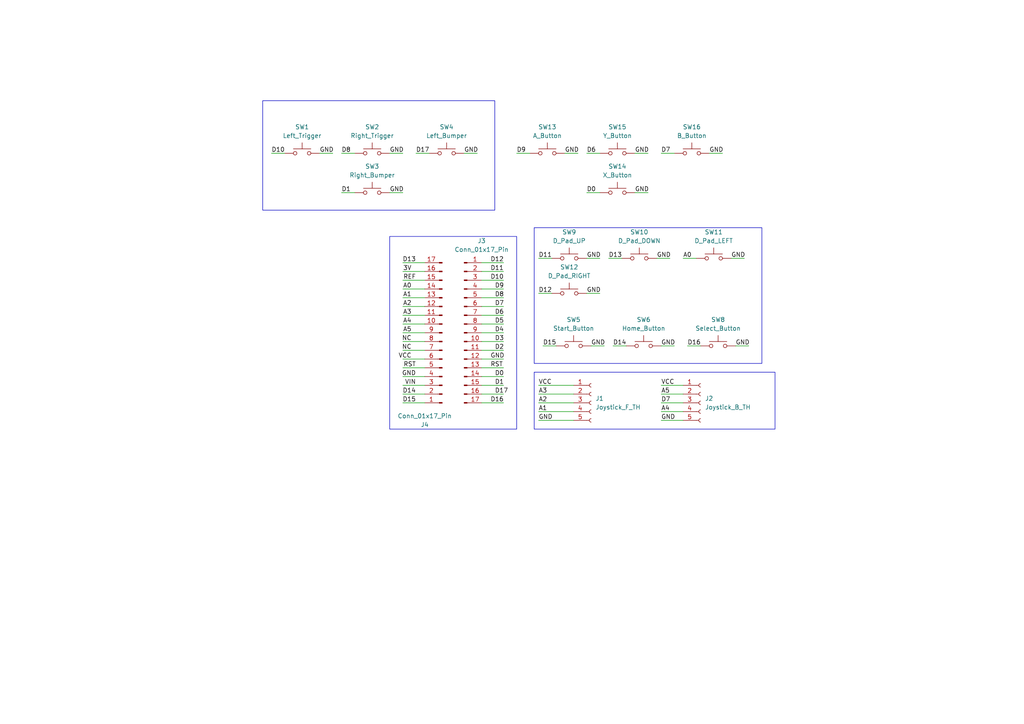
<source format=kicad_sch>
(kicad_sch (version 20231120) (generator "eeschema") (generator_version "8.0")
  (paper "A4")
  (lib_symbols
    (symbol "Connector:Conn_01x05_Socket" (pin_names (offset 1.016) hide)
      (property "Reference" "J" (at 0 7.62 0))
      (property "Value" "Conn_01x05_Socket" (at 0 -7.62 0))
      (symbol "Conn_01x05_Socket_1_1"
        (arc (start 0 -4.572) (mid -0.5058 -5.08) (end 0 -5.588) (stroke (width 0.1524)))
        (arc (start 0 -2.032) (mid -0.5058 -2.54) (end 0 -3.048) (stroke (width 0.1524)))
        (polyline (pts (xy -1.27 -5.08) (xy -0.508 -5.08)) (stroke (width 0.1524)))
        (polyline (pts (xy -1.27 -2.54) (xy -0.508 -2.54)) (stroke (width 0.1524)))
        (polyline (pts (xy -1.27 0) (xy -0.508 0)) (stroke (width 0.1524)))
        (polyline (pts (xy -1.27 2.54) (xy -0.508 2.54)) (stroke (width 0.1524)))
        (polyline (pts (xy -1.27 5.08) (xy -0.508 5.08)) (stroke (width 0.1524)))
        (arc (start 0 0.508) (mid -0.5058 0) (end 0 -0.508) (stroke (width 0.1524)))
        (arc (start 0 3.048) (mid -0.5058 2.54) (end 0 2.032) (stroke (width 0.1524)))
        (arc (start 0 5.588) (mid -0.5058 5.08) (end 0 4.572) (stroke (width 0.1524)))
        (pin passive line (at -5.08 5.08 0) (length 3.81) (name "Pin_1") (number "1"))
        (pin passive line (at -5.08 2.54 0) (length 3.81) (name "Pin_2") (number "2"))
        (pin passive line (at -5.08 0 0) (length 3.81) (name "Pin_3") (number "3"))
        (pin passive line (at -5.08 -2.54 0) (length 3.81) (name "Pin_4") (number "4"))
        (pin passive line (at -5.08 -5.08 0) (length 3.81) (name "Pin_5") (number "5"))
      )
    )
    (symbol "Connector:Conn_01x17_Pin" (pin_names (offset 1.016) hide)
      (property "Reference" "J" (at 0 22.86 0))
      (property "Value" "Conn_01x17_Pin" (at 0 -22.86 0))
      (symbol "Conn_01x17_Pin_1_1"
        (polyline (pts (xy 1.27 -20.32) (xy 0.8636 -20.32)) (stroke (width 0.1524)))
        (polyline (pts (xy 1.27 -17.78) (xy 0.8636 -17.78)) (stroke (width 0.1524)))
        (polyline (pts (xy 1.27 -15.24) (xy 0.8636 -15.24)) (stroke (width 0.1524)))
        (polyline (pts (xy 1.27 -12.7) (xy 0.8636 -12.7)) (stroke (width 0.1524)))
        (polyline (pts (xy 1.27 -10.16) (xy 0.8636 -10.16)) (stroke (width 0.1524)))
        (polyline (pts (xy 1.27 -7.62) (xy 0.8636 -7.62)) (stroke (width 0.1524)))
        (polyline (pts (xy 1.27 -5.08) (xy 0.8636 -5.08)) (stroke (width 0.1524)))
        (polyline (pts (xy 1.27 -2.54) (xy 0.8636 -2.54)) (stroke (width 0.1524)))
        (polyline (pts (xy 1.27 0) (xy 0.8636 0)) (stroke (width 0.1524)))
        (polyline (pts (xy 1.27 2.54) (xy 0.8636 2.54)) (stroke (width 0.1524)))
        (polyline (pts (xy 1.27 5.08) (xy 0.8636 5.08)) (stroke (width 0.1524)))
        (polyline (pts (xy 1.27 7.62) (xy 0.8636 7.62)) (stroke (width 0.1524)))
        (polyline (pts (xy 1.27 10.16) (xy 0.8636 10.16)) (stroke (width 0.1524)))
        (polyline (pts (xy 1.27 12.7) (xy 0.8636 12.7)) (stroke (width 0.1524)))
        (polyline (pts (xy 1.27 15.24) (xy 0.8636 15.24)) (stroke (width 0.1524)))
        (polyline (pts (xy 1.27 17.78) (xy 0.8636 17.78)) (stroke (width 0.1524)))
        (polyline (pts (xy 1.27 20.32) (xy 0.8636 20.32)) (stroke (width 0.1524)))
        (rectangle (start 0.8636 -20.193) (end 0 -20.447) (stroke (width 0.1524)) (fill (type outline)))
        (rectangle (start 0.8636 -17.653) (end 0 -17.907) (stroke (width 0.1524)) (fill (type outline)))
        (rectangle (start 0.8636 -15.113) (end 0 -15.367) (stroke (width 0.1524)) (fill (type outline)))
        (rectangle (start 0.8636 -12.573) (end 0 -12.827) (stroke (width 0.1524)) (fill (type outline)))
        (rectangle (start 0.8636 -10.033) (end 0 -10.287) (stroke (width 0.1524)) (fill (type outline)))
        (rectangle (start 0.8636 -7.493) (end 0 -7.747) (stroke (width 0.1524)) (fill (type outline)))
        (rectangle (start 0.8636 -4.953) (end 0 -5.207) (stroke (width 0.1524)) (fill (type outline)))
        (rectangle (start 0.8636 -2.413) (end 0 -2.667) (stroke (width 0.1524)) (fill (type outline)))
        (rectangle (start 0.8636 0.127) (end 0 -0.127) (stroke (width 0.1524)) (fill (type outline)))
        (rectangle (start 0.8636 2.667) (end 0 2.413) (stroke (width 0.1524)) (fill (type outline)))
        (rectangle (start 0.8636 5.207) (end 0 4.953) (stroke (width 0.1524)) (fill (type outline)))
        (rectangle (start 0.8636 7.747) (end 0 7.493) (stroke (width 0.1524)) (fill (type outline)))
        (rectangle (start 0.8636 10.287) (end 0 10.033) (stroke (width 0.1524)) (fill (type outline)))
        (rectangle (start 0.8636 12.827) (end 0 12.573) (stroke (width 0.1524)) (fill (type outline)))
        (rectangle (start 0.8636 15.367) (end 0 15.113) (stroke (width 0.1524)) (fill (type outline)))
        (rectangle (start 0.8636 17.907) (end 0 17.653) (stroke (width 0.1524)) (fill (type outline)))
        (rectangle (start 0.8636 20.447) (end 0 20.193) (stroke (width 0.1524)) (fill (type outline)))
        (pin passive line (at 5.08 20.32 180) (length 3.81) (name "Pin_1") (number "1"))
        (pin passive line (at 5.08 -2.54 180) (length 3.81) (name "Pin_10") (number "10"))
        (pin passive line (at 5.08 -5.08 180) (length 3.81) (name "Pin_11") (number "11"))
        (pin passive line (at 5.08 -7.62 180) (length 3.81) (name "Pin_12") (number "12"))
        (pin passive line (at 5.08 -10.16 180) (length 3.81) (name "Pin_13") (number "13"))
        (pin passive line (at 5.08 -12.7 180) (length 3.81) (name "Pin_14") (number "14"))
        (pin passive line (at 5.08 -15.24 180) (length 3.81) (name "Pin_15") (number "15"))
        (pin passive line (at 5.08 -17.78 180) (length 3.81) (name "Pin_16") (number "16"))
        (pin passive line (at 5.08 -20.32 180) (length 3.81) (name "Pin_17") (number "17"))
        (pin passive line (at 5.08 17.78 180) (length 3.81) (name "Pin_2") (number "2"))
        (pin passive line (at 5.08 15.24 180) (length 3.81) (name "Pin_3") (number "3"))
        (pin passive line (at 5.08 12.7 180) (length 3.81) (name "Pin_4") (number "4"))
        (pin passive line (at 5.08 10.16 180) (length 3.81) (name "Pin_5") (number "5"))
        (pin passive line (at 5.08 7.62 180) (length 3.81) (name "Pin_6") (number "6"))
        (pin passive line (at 5.08 5.08 180) (length 3.81) (name "Pin_7") (number "7"))
        (pin passive line (at 5.08 2.54 180) (length 3.81) (name "Pin_8") (number "8"))
        (pin passive line (at 5.08 0 180) (length 3.81) (name "Pin_9") (number "9"))
      )
    )
    (symbol "Switch:SW_Push" (pin_numbers hide) (pin_names (offset 1.016) hide)
      (property "Reference" "SW" (at 1.27 2.54 0))
      (property "Value" "SW_Push" (at 0 -1.524 0))
      (symbol "SW_Push_0_1"
        (circle (center -2.032 0) (radius 0.508))
        (polyline (pts (xy 0 1.27) (xy 0 3.048)))
        (polyline (pts (xy 2.54 1.27) (xy -2.54 1.27)))
        (circle (center 2.032 0) (radius 0.508))
        (pin passive line (at -5.08 0 0) (length 2.54) (name "1") (number "1"))
        (pin passive line (at 5.08 0 180) (length 2.54) (name "2") (number "2"))
      )
    )
  )
  (wire (pts (xy 139.7 106.68) (xy 146.05 106.68)))
  (wire (pts (xy 139.7 88.9) (xy 146.05 88.9)))
  (wire (pts (xy 191.77 100.33) (xy 195.58 100.33)))
  (wire (pts (xy 184.15 55.88) (xy 187.96 55.88)))
  (wire (pts (xy 139.7 116.84) (xy 146.05 116.84)))
  (wire (pts (xy 190.5 74.93) (xy 194.31 74.93)))
  (wire (pts (xy 166.37 114.3) (xy 156.21 114.3)))
  (wire (pts (xy 116.84 78.74) (xy 123.19 78.74)))
  (wire (pts (xy 99.06 55.88) (xy 102.87 55.88)))
  (wire (pts (xy 139.7 101.6) (xy 146.05 101.6)))
  (wire (pts (xy 116.84 86.36) (xy 123.19 86.36)))
  (wire (pts (xy 139.7 81.28) (xy 146.05 81.28)))
  (wire (pts (xy 171.45 100.33) (xy 175.26 100.33)))
  (wire (pts (xy 191.77 116.84) (xy 198.12 116.84)))
  (wire (pts (xy 113.03 44.45) (xy 116.84 44.45)))
  (wire (pts (xy 191.77 111.76) (xy 198.12 111.76)))
  (wire (pts (xy 116.84 106.68) (xy 123.19 106.68)))
  (wire (pts (xy 139.7 99.06) (xy 146.05 99.06)))
  (wire (pts (xy 191.77 119.38) (xy 198.12 119.38)))
  (wire (pts (xy 116.84 111.76) (xy 123.19 111.76)))
  (wire (pts (xy 123.19 104.14) (xy 116.84 104.14)))
  (wire (pts (xy 176.53 74.93) (xy 180.34 74.93)))
  (wire (pts (xy 191.77 44.45) (xy 195.58 44.45)))
  (wire (pts (xy 123.19 93.98) (xy 116.84 93.98)))
  (wire (pts (xy 184.15 44.45) (xy 187.96 44.45)))
  (wire (pts (xy 170.18 85.09) (xy 173.99 85.09)))
  (wire (pts (xy 123.19 99.06) (xy 116.84 99.06)))
  (wire (pts (xy 213.36 100.33) (xy 217.17 100.33)))
  (wire (pts (xy 156.21 85.09) (xy 160.02 85.09)))
  (wire (pts (xy 78.74 44.45) (xy 82.55 44.45)))
  (wire (pts (xy 123.19 116.84) (xy 116.84 116.84)))
  (wire (pts (xy 163.83 44.45) (xy 167.64 44.45)))
  (wire (pts (xy 123.19 96.52) (xy 116.84 96.52)))
  (wire (pts (xy 191.77 114.3) (xy 198.12 114.3)))
  (wire (pts (xy 123.19 114.3) (xy 116.84 114.3)))
  (wire (pts (xy 139.7 91.44) (xy 146.05 91.44)))
  (wire (pts (xy 170.18 55.88) (xy 173.99 55.88)))
  (wire (pts (xy 170.18 74.93) (xy 173.99 74.93)))
  (wire (pts (xy 212.09 74.93) (xy 215.9 74.93)))
  (wire (pts (xy 149.86 44.45) (xy 153.67 44.45)))
  (wire (pts (xy 116.84 109.22) (xy 123.19 109.22)))
  (wire (pts (xy 123.19 101.6) (xy 116.84 101.6)))
  (wire (pts (xy 123.19 83.82) (xy 116.84 83.82)))
  (wire (pts (xy 139.7 83.82) (xy 146.05 83.82)))
  (wire (pts (xy 99.06 44.45) (xy 102.87 44.45)))
  (wire (pts (xy 134.62 44.45) (xy 138.43 44.45)))
  (wire (pts (xy 177.8 100.33) (xy 181.61 100.33)))
  (wire (pts (xy 139.7 76.2) (xy 146.05 76.2)))
  (wire (pts (xy 92.71 44.45) (xy 96.52 44.45)))
  (wire (pts (xy 116.84 81.28) (xy 123.19 81.28)))
  (wire (pts (xy 198.12 74.93) (xy 201.93 74.93)))
  (wire (pts (xy 166.37 116.84) (xy 156.21 116.84)))
  (wire (pts (xy 157.48 100.33) (xy 161.29 100.33)))
  (wire (pts (xy 166.37 121.92) (xy 156.21 121.92)))
  (wire (pts (xy 116.84 88.9) (xy 123.19 88.9)))
  (wire (pts (xy 139.7 93.98) (xy 146.05 93.98)))
  (wire (pts (xy 139.7 114.3) (xy 146.05 114.3)))
  (wire (pts (xy 170.18 44.45) (xy 173.99 44.45)))
  (wire (pts (xy 120.65 44.45) (xy 124.46 44.45)))
  (wire (pts (xy 139.7 96.52) (xy 146.05 96.52)))
  (wire (pts (xy 199.39 100.33) (xy 203.2 100.33)))
  (wire (pts (xy 166.37 111.76) (xy 156.21 111.76)))
  (wire (pts (xy 191.77 121.92) (xy 198.12 121.92)))
  (wire (pts (xy 205.74 44.45) (xy 209.55 44.45)))
  (wire (pts (xy 139.7 104.14) (xy 146.05 104.14)))
  (wire (pts (xy 156.21 74.93) (xy 160.02 74.93)))
  (wire (pts (xy 123.19 76.2) (xy 116.84 76.2)))
  (wire (pts (xy 139.7 109.22) (xy 146.05 109.22)))
  (wire (pts (xy 139.7 78.74) (xy 146.05 78.74)))
  (wire (pts (xy 166.37 119.38) (xy 156.21 119.38)))
  (wire (pts (xy 139.7 111.76) (xy 146.05 111.76)))
  (wire (pts (xy 123.19 91.44) (xy 116.84 91.44)))
  (wire (pts (xy 139.7 86.36) (xy 146.05 86.36)))
  (wire (pts (xy 113.03 55.88) (xy 116.84 55.88)))
  (rectangle (start 113.03 68.58) (end 149.86 124.46))
  (rectangle (start 154.94 107.95) (end 224.79 124.46))
  (rectangle (start 76.2 29.21) (end 143.51 60.96))
  (rectangle (start 154.94 66.04) (end 220.98 105.41))
  (label "D16" (at 199.39 100.33 0))
  (label "VCC" (at 119.38 104.14 180))
  (label "D9" (at 149.86 44.45 0))
  (label "D1" (at 143.51 111.76 0))
  (label "D10" (at 142.24 81.28 0))
  (label "GND" (at 184.15 55.88 0))
  (label "D7" (at 191.77 116.84 0))
  (label "GND" (at 163.83 44.45 0))
  (label "A0" (at 198.12 74.93 0))
  (label "VCC" (at 191.77 111.76 0))
  (label "GND" (at 170.18 85.09 0))
  (label "VCC" (at 156.21 111.76 0))
  (label "GND" (at 171.45 100.33 0))
  (label "GND" (at 156.21 121.92 0))
  (label "RST" (at 142.24 106.68 0))
  (label "D6" (at 143.51 91.44 0))
  (label "A4" (at 191.77 119.38 0))
  (label "D0" (at 143.51 109.22 0))
  (label "A5" (at 191.77 114.3 0))
  (label "NC" (at 119.38 101.6 180))
  (label "GND" (at 113.03 55.88 0))
  (label "GND" (at 212.09 74.93 0))
  (label "3V" (at 119.38 78.74 180))
  (label "D11" (at 156.21 74.93 0))
  (label "D14" (at 120.65 114.3 180))
  (label "GND" (at 142.24 104.14 0))
  (label "A0" (at 119.38 83.82 180))
  (label "GND" (at 213.36 100.33 0))
  (label "A1" (at 119.38 86.36 180))
  (label "A5" (at 119.38 96.52 180))
  (label "D2" (at 143.51 101.6 0))
  (label "GND" (at 184.15 44.45 0))
  (label "D17" (at 120.65 44.45 0))
  (label "D0" (at 170.18 55.88 0))
  (label "D3" (at 143.51 99.06 0))
  (label "GND" (at 134.62 44.45 0))
  (label "VIN" (at 120.65 111.76 180))
  (label "D7" (at 143.51 88.9 0))
  (label "GND" (at 205.74 44.45 0))
  (label "D13" (at 120.65 76.2 180))
  (label "GND" (at 190.5 74.93 0))
  (label "REF" (at 120.65 81.28 180))
  (label "GND" (at 120.65 109.22 180))
  (label "A4" (at 119.38 93.98 180))
  (label "D5" (at 143.51 93.98 0))
  (label "GND" (at 191.77 100.33 0))
  (label "A3" (at 119.38 91.44 180))
  (label "RST" (at 120.65 106.68 180))
  (label "D8" (at 143.51 86.36 0))
  (label "D12" (at 156.21 85.09 0))
  (label "D9" (at 143.51 83.82 0))
  (label "D10" (at 78.74 44.45 0))
  (label "D16" (at 142.24 116.84 0))
  (label "D15" (at 157.48 100.33 0))
  (label "D12" (at 142.24 76.2 0))
  (label "A2" (at 156.21 116.84 0))
  (label "D7" (at 191.77 44.45 0))
  (label "A1" (at 156.21 119.38 0))
  (label "D15" (at 120.65 116.84 180))
  (label "A2" (at 119.38 88.9 180))
  (label "GND" (at 191.77 121.92 0))
  (label "GND" (at 170.18 74.93 0))
  (label "D1" (at 99.06 55.88 0))
  (label "GND" (at 113.03 44.45 0))
  (label "D13" (at 176.53 74.93 0))
  (label "D17" (at 143.51 114.3 0))
  (label "D14" (at 177.8 100.33 0))
  (label "D6" (at 170.18 44.45 0))
  (label "D4" (at 143.51 96.52 0))
  (label "D11" (at 142.24 78.74 0))
  (label "NC" (at 119.38 99.06 180))
  (label "A3" (at 156.21 114.3 0))
  (label "GND" (at 92.71 44.45 0))
  (label "D8" (at 99.06 44.45 0))
  (symbol (lib_id "Switch:SW_Push") (at 165.1 85.09 0) (unit 1)
    (property "Reference" "SW12" (at 165.1 77.47 0))
    (property "Value" "D_Pad_RIGHT" (at 165.1 80.01 0))
    (property "Footprint" "Downloads:SW_BUTT-2" (effects (hide yes)))
    (property "Description" "Push button switch, generic, two pins" (effects (hide yes)))
  )
  (symbol (lib_id "Switch:SW_Push") (at 185.42 74.93 0) (unit 1)
    (property "Reference" "SW10" (at 185.42 67.31 0))
    (property "Value" "D_Pad_DOWN" (at 185.42 69.85 0))
    (property "Footprint" "Downloads:SW_BUTT-2" (effects (hide yes)))
    (property "Description" "Push button switch, generic, two pins" (effects (hide yes)))
  )
  (symbol (lib_id "Switch:SW_Push") (at 166.37 100.33 0) (unit 1)
    (property "Reference" "SW5" (at 166.37 92.71 0))
    (property "Value" "Start_Button" (at 166.37 95.25 0))
    (property "Footprint" "Downloads:SW_BUTT-2" (effects (hide yes)))
    (property "Description" "Push button switch, generic, two pins" (effects (hide yes)))
  )
  (symbol (lib_id "Connector:Conn_01x17_Pin") (at 134.62 96.52 0) (unit 1)
    (property "Reference" "J3" (at 139.7 69.85 0))
    (property "Value" "Conn_01x17_Pin" (at 139.7 72.39 0))
    (property "Footprint" "Connector_PinSocket_2.54mm:PinSocket_1x17_P2.54mm_Vertical" (effects (hide yes)))
  )
  (symbol (lib_id "Connector:Conn_01x05_Socket") (at 203.2 116.84 0) (unit 1)
    (property "Reference" "J2" (at 204.47 115.5699 0) (effects (justify left)))
    (property "Value" "Joystick_B_TH" (at 204.47 118.1099 0) (effects (justify left)))
    (property "Footprint" "Connector_PinSocket_2.54mm:PinSocket_1x05_P2.54mm_Vertical" (effects (hide yes)))
  )
  (symbol (lib_id "Switch:SW_Push") (at 208.28 100.33 0) (unit 1)
    (property "Reference" "SW8" (at 208.28 92.71 0))
    (property "Value" "Select_Button" (at 208.28 95.25 0))
    (property "Footprint" "Downloads:SW_BUTT-2" (effects (hide yes)))
    (property "Description" "Push button switch, generic, two pins" (effects (hide yes)))
  )
  (symbol (lib_id "Connector:Conn_01x05_Socket") (at 171.45 116.84 0) (unit 1)
    (property "Reference" "J1" (at 172.72 115.5699 0) (effects (justify left)))
    (property "Value" "Joystick_F_TH" (at 172.72 118.1099 0) (effects (justify left)))
    (property "Footprint" "Connector_PinSocket_2.54mm:PinSocket_1x05_P2.54mm_Vertical" (effects (hide yes)))
  )
  (symbol (lib_id "Switch:SW_Push") (at 87.63 44.45 0) (unit 1)
    (property "Reference" "SW1" (at 87.63 36.83 0))
    (property "Value" "Left_Trigger" (at 87.63 39.37 0))
    (property "Footprint" "Downloads:SW_BUTT-2" (effects (hide yes)))
    (property "Description" "Push button switch, generic, two pins" (effects (hide yes)))
  )
  (symbol (lib_id "Switch:SW_Push") (at 107.95 55.88 0) (unit 1)
    (property "Reference" "SW3" (at 107.95 48.26 0))
    (property "Value" "Right_Bumper" (at 107.95 50.8 0))
    (property "Footprint" "Downloads:SW_BUTT-2" (effects (hide yes)))
    (property "Description" "Push button switch, generic, two pins" (effects (hide yes)))
  )
  (symbol (lib_id "Switch:SW_Push") (at 207.01 74.93 0) (unit 1)
    (property "Reference" "SW11" (at 207.01 67.31 0))
    (property "Value" "D_Pad_LEFT" (at 207.01 69.85 0))
    (property "Footprint" "Downloads:SW_BUTT-2" (effects (hide yes)))
    (property "Description" "Push button switch, generic, two pins" (effects (hide yes)))
  )
  (symbol (lib_id "Switch:SW_Push") (at 158.75 44.45 0) (unit 1)
    (property "Reference" "SW13" (at 158.75 36.83 0))
    (property "Value" "A_Button" (at 158.75 39.37 0))
    (property "Footprint" "Downloads:SW_BUTT-2" (effects (hide yes)))
    (property "Description" "Push button switch, generic, two pins" (effects (hide yes)))
  )
  (symbol (lib_id "Switch:SW_Push") (at 107.95 44.45 0) (unit 1)
    (property "Reference" "SW2" (at 107.95 36.83 0))
    (property "Value" "Right_Trigger" (at 107.95 39.37 0))
    (property "Footprint" "Downloads:SW_BUTT-2" (effects (hide yes)))
    (property "Description" "Push button switch, generic, two pins" (effects (hide yes)))
  )
  (symbol (lib_id "Switch:SW_Push") (at 129.54 44.45 0) (unit 1)
    (property "Reference" "SW4" (at 129.54 36.83 0))
    (property "Value" "Left_Bumper" (at 129.54 39.37 0))
    (property "Footprint" "Downloads:SW_BUTT-2" (effects (hide yes)))
    (property "Description" "Push button switch, generic, two pins" (effects (hide yes)))
  )
  (symbol (lib_id "Connector:Conn_01x17_Pin") (at 128.27 96.52 180) (unit 1)
    (property "Reference" "J4" (at 123.19 123.19 0))
    (property "Value" "Conn_01x17_Pin" (at 123.19 120.65 0))
    (property "Footprint" "Connector_PinSocket_2.54mm:PinSocket_1x17_P2.54mm_Vertical" (effects (hide yes)))
  )
  (symbol (lib_id "Switch:SW_Push") (at 186.69 100.33 0) (unit 1)
    (property "Reference" "SW6" (at 186.69 92.71 0))
    (property "Value" "Home_Button" (at 186.69 95.25 0))
    (property "Footprint" "Downloads:SW_BUTT-2" (effects (hide yes)))
    (property "Description" "Push button switch, generic, two pins" (effects (hide yes)))
  )
  (symbol (lib_id "Switch:SW_Push") (at 179.07 44.45 0) (unit 1)
    (property "Reference" "SW15" (at 179.07 36.83 0))
    (property "Value" "Y_Button" (at 179.07 39.37 0))
    (property "Footprint" "Downloads:SW_BUTT-2" (effects (hide yes)))
    (property "Description" "Push button switch, generic, two pins" (effects (hide yes)))
  )
  (symbol (lib_id "Switch:SW_Push") (at 165.1 74.93 0) (unit 1)
    (property "Reference" "SW9" (at 165.1 67.31 0))
    (property "Value" "D_Pad_UP" (at 165.1 69.85 0))
    (property "Footprint" "Downloads:SW_BUTT-2" (effects (hide yes)))
    (property "Description" "Push button switch, generic, two pins" (effects (hide yes)))
  )
  (symbol (lib_id "Switch:SW_Push") (at 200.66 44.45 0) (unit 1)
    (property "Reference" "SW16" (at 200.66 36.83 0))
    (property "Value" "B_Button" (at 200.66 39.37 0))
    (property "Footprint" "Downloads:SW_BUTT-2" (effects (hide yes)))
    (property "Description" "Push button switch, generic, two pins" (effects (hide yes)))
  )
  (symbol (lib_id "Switch:SW_Push") (at 179.07 55.88 0) (unit 1)
    (property "Reference" "SW14" (at 179.07 48.26 0))
    (property "Value" "X_Button" (at 179.07 50.8 0))
    (property "Footprint" "Downloads:SW_BUTT-2" (effects (hide yes)))
    (property "Description" "Push button switch, generic, two pins" (effects (hide yes)))
  )
)
</source>
